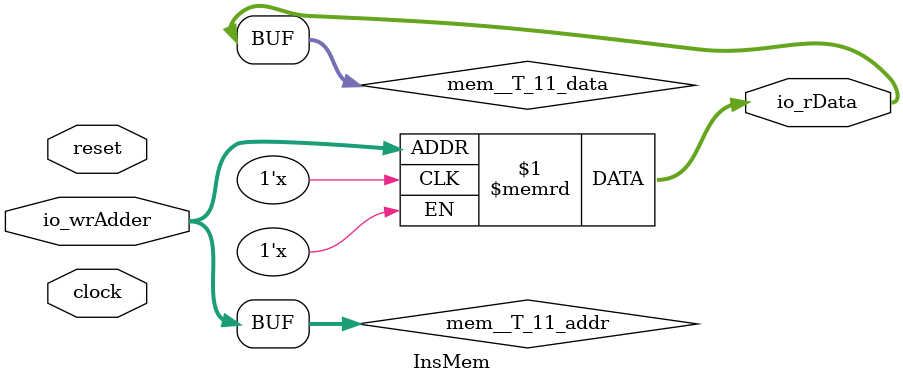
<source format=v>
module InsMem(
  input         clock,
  input         reset,
  input  [9:0]  io_wrAdder,
  output [31:0] io_rData
);
  reg [31:0] mem [0:1023]; // @[InsMem.scala 12:22]
  reg [31:0] _RAND_0;
  wire [31:0] mem__T_11_data; // @[InsMem.scala 12:22]
  wire [9:0] mem__T_11_addr; // @[InsMem.scala 12:22]
  assign mem__T_11_addr = io_wrAdder;
  assign mem__T_11_data = mem[mem__T_11_addr]; // @[InsMem.scala 12:22]
  assign io_rData = mem__T_11_data; // @[InsMem.scala 13:18]
`ifdef RANDOMIZE_GARBAGE_ASSIGN
`define RANDOMIZE
`endif
`ifdef RANDOMIZE_INVALID_ASSIGN
`define RANDOMIZE
`endif
`ifdef RANDOMIZE_REG_INIT
`define RANDOMIZE
`endif
`ifdef RANDOMIZE_MEM_INIT
`define RANDOMIZE
`endif
`ifndef RANDOM
`define RANDOM $random
`endif
`ifdef RANDOMIZE
  integer initvar;
  initial begin
    `ifdef INIT_RANDOM
      `INIT_RANDOM
    `endif
    `ifndef VERILATOR
      #0.002 begin end
    `endif
  _RAND_0 = {1{`RANDOM}};
  `ifdef RANDOMIZE_MEM_INIT
  for (initvar = 0; initvar < 1024; initvar = initvar+1)
    mem[initvar] = _RAND_0[31:0];
  `endif // RANDOMIZE_MEM_INIT
  end
`endif // RANDOMIZE
endmodule

</source>
